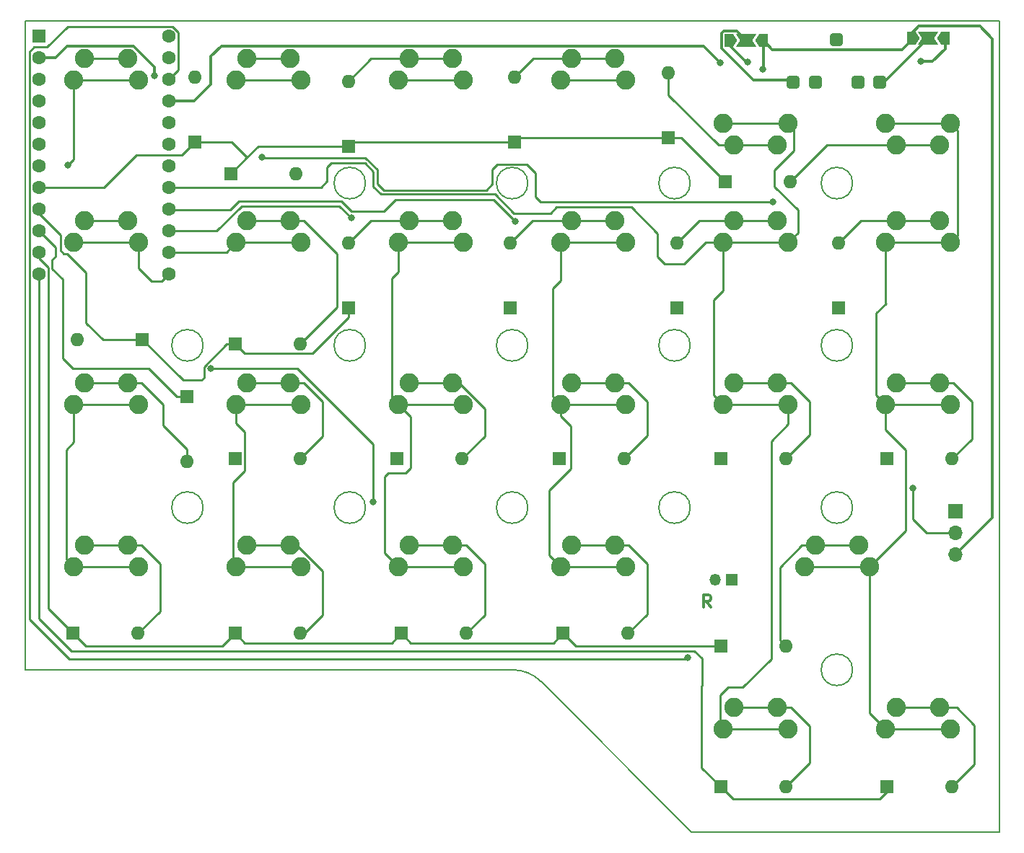
<source format=gtl>
G04 #@! TF.GenerationSoftware,KiCad,Pcbnew,(6.0.0)*
G04 #@! TF.CreationDate,2022-06-08T22:37:19+08:00*
G04 #@! TF.ProjectId,wf50_pcb,77663530-5f70-4636-922e-6b696361645f,rev?*
G04 #@! TF.SameCoordinates,Original*
G04 #@! TF.FileFunction,Copper,L1,Top*
G04 #@! TF.FilePolarity,Positive*
%FSLAX46Y46*%
G04 Gerber Fmt 4.6, Leading zero omitted, Abs format (unit mm)*
G04 Created by KiCad (PCBNEW (6.0.0)) date 2022-06-08 22:37:19*
%MOMM*%
%LPD*%
G01*
G04 APERTURE LIST*
G04 Aperture macros list*
%AMRoundRect*
0 Rectangle with rounded corners*
0 $1 Rounding radius*
0 $2 $3 $4 $5 $6 $7 $8 $9 X,Y pos of 4 corners*
0 Add a 4 corners polygon primitive as box body*
4,1,4,$2,$3,$4,$5,$6,$7,$8,$9,$2,$3,0*
0 Add four circle primitives for the rounded corners*
1,1,$1+$1,$2,$3*
1,1,$1+$1,$4,$5*
1,1,$1+$1,$6,$7*
1,1,$1+$1,$8,$9*
0 Add four rect primitives between the rounded corners*
20,1,$1+$1,$2,$3,$4,$5,0*
20,1,$1+$1,$4,$5,$6,$7,0*
20,1,$1+$1,$6,$7,$8,$9,0*
20,1,$1+$1,$8,$9,$2,$3,0*%
%AMFreePoly0*
4,1,6,1.000000,0.000000,0.500000,-0.750000,-0.500000,-0.750000,-0.500000,0.750000,0.500000,0.750000,1.000000,0.000000,1.000000,0.000000,$1*%
%AMFreePoly1*
4,1,7,0.700000,0.000000,1.200000,-0.750000,-1.200000,-0.750000,-0.700000,0.000000,-1.200000,0.750000,1.200000,0.750000,0.700000,0.000000,0.700000,0.000000,$1*%
G04 Aperture macros list end*
G04 #@! TA.AperFunction,Profile*
%ADD10C,0.150000*%
G04 #@! TD*
%ADD11C,0.300000*%
G04 #@! TA.AperFunction,NonConductor*
%ADD12C,0.300000*%
G04 #@! TD*
G04 #@! TA.AperFunction,ComponentPad*
%ADD13R,1.600000X1.600000*%
G04 #@! TD*
G04 #@! TA.AperFunction,ComponentPad*
%ADD14O,1.600000X1.600000*%
G04 #@! TD*
G04 #@! TA.AperFunction,ComponentPad*
%ADD15RoundRect,0.381000X-0.381000X-0.381000X0.381000X-0.381000X0.381000X0.381000X-0.381000X0.381000X0*%
G04 #@! TD*
G04 #@! TA.AperFunction,ComponentPad*
%ADD16RoundRect,0.381000X-0.381000X0.381000X-0.381000X-0.381000X0.381000X-0.381000X0.381000X0.381000X0*%
G04 #@! TD*
G04 #@! TA.AperFunction,SMDPad,CuDef*
%ADD17FreePoly0,0.000000*%
G04 #@! TD*
G04 #@! TA.AperFunction,SMDPad,CuDef*
%ADD18FreePoly1,0.000000*%
G04 #@! TD*
G04 #@! TA.AperFunction,SMDPad,CuDef*
%ADD19FreePoly0,180.000000*%
G04 #@! TD*
G04 #@! TA.AperFunction,ComponentPad*
%ADD20C,2.250000*%
G04 #@! TD*
G04 #@! TA.AperFunction,ComponentPad*
%ADD21R,1.700000X1.700000*%
G04 #@! TD*
G04 #@! TA.AperFunction,ComponentPad*
%ADD22O,1.700000X1.700000*%
G04 #@! TD*
G04 #@! TA.AperFunction,ComponentPad*
%ADD23R,1.350000X1.350000*%
G04 #@! TD*
G04 #@! TA.AperFunction,ComponentPad*
%ADD24O,1.350000X1.350000*%
G04 #@! TD*
G04 #@! TA.AperFunction,ComponentPad*
%ADD25C,1.600000*%
G04 #@! TD*
G04 #@! TA.AperFunction,ViaPad*
%ADD26C,0.800000*%
G04 #@! TD*
G04 #@! TA.AperFunction,Conductor*
%ADD27C,0.250000*%
G04 #@! TD*
G04 #@! TA.AperFunction,Conductor*
%ADD28C,0.350000*%
G04 #@! TD*
G04 APERTURE END LIST*
D10*
X58995300Y-66674850D02*
G75*
G03*
X58995300Y-66674850I-1850000J0D01*
G01*
X19045885Y-28575000D02*
X133345800Y-28575000D01*
X133345800Y-123824330D02*
X97253375Y-123824330D01*
X97253375Y-123824330D02*
X79575605Y-106146559D01*
X76262750Y-104774330D02*
X19045885Y-104774330D01*
X116145300Y-47624850D02*
G75*
G03*
X116145300Y-47624850I-1850000J0D01*
G01*
X39945300Y-66674850D02*
G75*
G03*
X39945300Y-66674850I-1850000J0D01*
G01*
X19045885Y-104774330D02*
X19045885Y-28575000D01*
X97095300Y-66674850D02*
G75*
G03*
X97095300Y-66674850I-1850000J0D01*
G01*
X79575605Y-106146559D02*
G75*
G03*
X76262750Y-104774330I-3312857J-3312861D01*
G01*
X58995300Y-47624850D02*
G75*
G03*
X58995300Y-47624850I-1850000J0D01*
G01*
X58995300Y-85724850D02*
G75*
G03*
X58995300Y-85724850I-1850000J0D01*
G01*
X116145300Y-85724850D02*
G75*
G03*
X116145300Y-85724850I-1850000J0D01*
G01*
X39945300Y-85724850D02*
G75*
G03*
X39945300Y-85724850I-1850000J0D01*
G01*
X97095300Y-85724850D02*
G75*
G03*
X97095300Y-85724850I-1850000J0D01*
G01*
X78045300Y-47624850D02*
G75*
G03*
X78045300Y-47624850I-1850000J0D01*
G01*
X97095300Y-47624850D02*
G75*
G03*
X97095300Y-47624850I-1850000J0D01*
G01*
X116145300Y-104774850D02*
G75*
G03*
X116145300Y-104774850I-1850000J0D01*
G01*
X133345800Y-28575000D02*
X133345800Y-123824330D01*
X78045300Y-85724850D02*
G75*
G03*
X78045300Y-85724850I-1850000J0D01*
G01*
X78045300Y-66674850D02*
G75*
G03*
X78045300Y-66674850I-1850000J0D01*
G01*
X116145300Y-66674850D02*
G75*
G03*
X116145300Y-66674850I-1850000J0D01*
G01*
D11*
D12*
X99524285Y-97452571D02*
X99024285Y-96738285D01*
X98667142Y-97452571D02*
X98667142Y-95952571D01*
X99238571Y-95952571D01*
X99381428Y-96024000D01*
X99452857Y-96095428D01*
X99524285Y-96238285D01*
X99524285Y-96452571D01*
X99452857Y-96595428D01*
X99381428Y-96666857D01*
X99238571Y-96738285D01*
X98667142Y-96738285D01*
D13*
X120190000Y-80000000D03*
D14*
X127810000Y-80000000D03*
D13*
X81690000Y-80000000D03*
D14*
X89310000Y-80000000D03*
D15*
X114270000Y-30810000D03*
D16*
X119350000Y-35810000D03*
X116810000Y-35810000D03*
X111770000Y-35810000D03*
X109190000Y-35810000D03*
D17*
X123030000Y-30570000D03*
D18*
X125030000Y-30570000D03*
D19*
X127030000Y-30570000D03*
D20*
X81915000Y-73660000D03*
X89535000Y-73660000D03*
X88265000Y-71120000D03*
X83185000Y-71120000D03*
D13*
X57000000Y-43310000D03*
D14*
X57000000Y-35690000D03*
D20*
X108585000Y-111760000D03*
X100965000Y-111760000D03*
X102235000Y-109220000D03*
X107315000Y-109220000D03*
X32385000Y-54610000D03*
X24765000Y-54610000D03*
X26035000Y-52070000D03*
X31115000Y-52070000D03*
X120015000Y-73660000D03*
X127635000Y-73660000D03*
X126365000Y-71120000D03*
X121285000Y-71120000D03*
D21*
X128220000Y-86160000D03*
D22*
X128220000Y-88700000D03*
X128220000Y-91240000D03*
D20*
X70485000Y-92710000D03*
X62865000Y-92710000D03*
X69215000Y-90170000D03*
X64135000Y-90170000D03*
D13*
X43690000Y-66500000D03*
D14*
X51310000Y-66500000D03*
D20*
X51435000Y-54610000D03*
X43815000Y-54610000D03*
X50165000Y-52070000D03*
X45085000Y-52070000D03*
X43815000Y-73660000D03*
X51435000Y-73660000D03*
X45085000Y-71120000D03*
X50165000Y-71120000D03*
X70485000Y-35560000D03*
X62865000Y-35560000D03*
X69215000Y-33020000D03*
X64135000Y-33020000D03*
X127635000Y-54610000D03*
X120015000Y-54610000D03*
X121285000Y-52070000D03*
X126365000Y-52070000D03*
X89535000Y-54610000D03*
X81915000Y-54610000D03*
X88265000Y-52070000D03*
X83185000Y-52070000D03*
D23*
X101990000Y-94200000D03*
D24*
X99990000Y-94200000D03*
D13*
X62690000Y-80000000D03*
D14*
X70310000Y-80000000D03*
D13*
X100690000Y-118500000D03*
D14*
X108310000Y-118500000D03*
D20*
X89535000Y-35560000D03*
X81915000Y-35560000D03*
X88265000Y-33020000D03*
X83185000Y-33020000D03*
X24765000Y-92710000D03*
X32385000Y-92710000D03*
X31115000Y-90170000D03*
X26035000Y-90170000D03*
X43815000Y-35560000D03*
X51435000Y-35560000D03*
X50165000Y-33020000D03*
X45085000Y-33020000D03*
D13*
X94500000Y-42310000D03*
D14*
X94500000Y-34690000D03*
D13*
X38000000Y-72690000D03*
D14*
X38000000Y-80310000D03*
D13*
X101190000Y-47500000D03*
D14*
X108810000Y-47500000D03*
D20*
X100965000Y-54610000D03*
X108585000Y-54610000D03*
X107315000Y-52070000D03*
X102235000Y-52070000D03*
X100965000Y-40640000D03*
X108585000Y-40640000D03*
X107315000Y-43180000D03*
X102235000Y-43180000D03*
D13*
X95500000Y-62310000D03*
D14*
X95500000Y-54690000D03*
D20*
X89535000Y-92710000D03*
X81915000Y-92710000D03*
X88265000Y-90170000D03*
X83185000Y-90170000D03*
D13*
X63190000Y-100500000D03*
D14*
X70810000Y-100500000D03*
D13*
X32810000Y-66000000D03*
D14*
X25190000Y-66000000D03*
D17*
X101650000Y-30890000D03*
D18*
X103650000Y-30890000D03*
D19*
X105650000Y-30890000D03*
D20*
X70485000Y-54610000D03*
X62865000Y-54610000D03*
X64135000Y-52070000D03*
X69215000Y-52070000D03*
D13*
X76500000Y-42810000D03*
D14*
X76500000Y-35190000D03*
D13*
X120170000Y-118470000D03*
D14*
X127790000Y-118470000D03*
D20*
X24765000Y-35560000D03*
X32385000Y-35560000D03*
X26035000Y-33020000D03*
X31115000Y-33020000D03*
D13*
X24690000Y-100500000D03*
D14*
X32310000Y-100500000D03*
D13*
X82190000Y-100500000D03*
D14*
X89810000Y-100500000D03*
D13*
X57000000Y-62310000D03*
D14*
X57000000Y-54690000D03*
D13*
X114500000Y-62310000D03*
D14*
X114500000Y-54690000D03*
D13*
X100690000Y-80000000D03*
D14*
X108310000Y-80000000D03*
D13*
X100690000Y-102000000D03*
D14*
X108310000Y-102000000D03*
D13*
X76000000Y-62310000D03*
D14*
X76000000Y-54690000D03*
D20*
X120015000Y-111760000D03*
X127635000Y-111760000D03*
X126365000Y-109220000D03*
X121285000Y-109220000D03*
X120015000Y-40640000D03*
X127635000Y-40640000D03*
X126365000Y-43180000D03*
X121285000Y-43180000D03*
X43815000Y-92710000D03*
X51435000Y-92710000D03*
X50165000Y-90170000D03*
X45085000Y-90170000D03*
D13*
X20670000Y-30370000D03*
D25*
X20670000Y-32910000D03*
X20670000Y-35450000D03*
X20670000Y-37990000D03*
X20670000Y-40530000D03*
X20670000Y-43070000D03*
X20670000Y-45610000D03*
X20670000Y-48150000D03*
X20670000Y-50690000D03*
X20670000Y-53230000D03*
X20670000Y-55770000D03*
X20670000Y-58310000D03*
X35910000Y-58310000D03*
X35910000Y-55770000D03*
X35910000Y-53230000D03*
X35910000Y-50690000D03*
X35910000Y-48150000D03*
X35910000Y-45610000D03*
X35910000Y-43070000D03*
X35910000Y-40530000D03*
X35910000Y-37990000D03*
X35910000Y-35450000D03*
X35910000Y-32910000D03*
X35910000Y-30370000D03*
D13*
X43690000Y-100500000D03*
D14*
X51310000Y-100500000D03*
D20*
X62865000Y-73660000D03*
X70485000Y-73660000D03*
X64135000Y-71120000D03*
X69215000Y-71120000D03*
D13*
X43690000Y-80000000D03*
D14*
X51310000Y-80000000D03*
D13*
X43190000Y-46500000D03*
D14*
X50810000Y-46500000D03*
D20*
X24765000Y-73660000D03*
X32385000Y-73660000D03*
X26035000Y-71120000D03*
X31115000Y-71120000D03*
X118110000Y-92710000D03*
X110490000Y-92710000D03*
X111760000Y-90170000D03*
X116840000Y-90170000D03*
X100965000Y-73660000D03*
X108585000Y-73660000D03*
X107315000Y-71120000D03*
X102235000Y-71120000D03*
D13*
X39000000Y-42810000D03*
D14*
X39000000Y-35190000D03*
D26*
X59850000Y-85090000D03*
X123210000Y-83460000D03*
X40830000Y-69410000D03*
X105600000Y-34260000D03*
X100620000Y-33470000D03*
X103850000Y-33390000D03*
X34240000Y-35010000D03*
X124180000Y-33360000D03*
X24070000Y-45490000D03*
X57300000Y-51710000D03*
X76560000Y-52080000D03*
X46810000Y-44540000D03*
X106760000Y-49790000D03*
X96780000Y-103360000D03*
D27*
X40030000Y-69185386D02*
X42715386Y-66500000D01*
X37590000Y-70780000D02*
X39770000Y-70780000D01*
X39770000Y-70780000D02*
X40030000Y-70520000D01*
X32810000Y-66000000D02*
X37590000Y-70780000D01*
X44814511Y-67624511D02*
X52735489Y-67624511D01*
X28200000Y-66000000D02*
X32810000Y-66000000D01*
X20670000Y-50690000D02*
X20670000Y-51170000D01*
X43690000Y-66500000D02*
X44814511Y-67624511D01*
X26220000Y-64020000D02*
X28200000Y-66000000D01*
X24012570Y-55900479D02*
X26220000Y-58107909D01*
X40030000Y-70520000D02*
X40030000Y-69185386D01*
X57000000Y-63360000D02*
X57000000Y-62310000D01*
X52735489Y-67624511D02*
X57000000Y-63360000D01*
X23210000Y-55520000D02*
X23590479Y-55900479D01*
X20670000Y-51170000D02*
X23210000Y-53710000D01*
X26220000Y-58107909D02*
X26220000Y-64020000D01*
X42715386Y-66500000D02*
X43690000Y-66500000D01*
X23210000Y-53710000D02*
X23210000Y-55520000D01*
X23590479Y-55900479D02*
X24012570Y-55900479D01*
X26035000Y-52070000D02*
X31115000Y-52070000D01*
X22590000Y-56287909D02*
X22245479Y-56632430D01*
X22245479Y-57667570D02*
X23490000Y-58912091D01*
X22245479Y-56632430D02*
X22245479Y-57667570D01*
X22590000Y-55150000D02*
X22590000Y-56287909D01*
X23490000Y-58912091D02*
X23490000Y-68230000D01*
X36860000Y-72690000D02*
X38000000Y-72690000D01*
X23490000Y-68230000D02*
X24660000Y-69400000D01*
X20670000Y-53230000D02*
X22590000Y-55150000D01*
X24660000Y-69400000D02*
X33570000Y-69400000D01*
X33570000Y-69400000D02*
X36860000Y-72690000D01*
X31115000Y-71120000D02*
X32705990Y-71120000D01*
X26035000Y-71120000D02*
X31115000Y-71120000D01*
X38000000Y-78860000D02*
X38000000Y-80310000D01*
X32705990Y-71120000D02*
X35210000Y-73624010D01*
X35210000Y-76070000D02*
X38000000Y-78860000D01*
X35210000Y-73624010D02*
X35210000Y-76070000D01*
X44814511Y-101624511D02*
X43690000Y-100500000D01*
X83690000Y-102000000D02*
X82190000Y-100500000D01*
X82190000Y-100500000D02*
X81065489Y-101624511D01*
X43690000Y-100500000D02*
X42190000Y-102000000D01*
X63190000Y-100500000D02*
X62065489Y-101624511D01*
X26190000Y-102000000D02*
X24690000Y-100500000D01*
X24690000Y-100500000D02*
X21794511Y-97604511D01*
X64314511Y-101624511D02*
X63190000Y-100500000D01*
X20670000Y-55770000D02*
X20670000Y-56400000D01*
X42190000Y-102000000D02*
X26190000Y-102000000D01*
X100690000Y-102000000D02*
X83690000Y-102000000D01*
X20670000Y-56400000D02*
X21794511Y-57524511D01*
X21794511Y-97604511D02*
X21794511Y-59885489D01*
X81065489Y-101624511D02*
X64314511Y-101624511D01*
X62065489Y-101624511D02*
X44814511Y-101624511D01*
X21794511Y-57524511D02*
X21794511Y-59885489D01*
X21794511Y-59885489D02*
X21794511Y-59335489D01*
X31115000Y-90170000D02*
X32705990Y-90170000D01*
X32705990Y-90170000D02*
X34904521Y-92368531D01*
X34904521Y-92368531D02*
X34904521Y-97905479D01*
X34904521Y-97905479D02*
X32310000Y-100500000D01*
X26035000Y-90170000D02*
X31115000Y-90170000D01*
X77000000Y-42310000D02*
X76500000Y-42810000D01*
X28300000Y-48150000D02*
X32110000Y-44340000D01*
X43310000Y-42810000D02*
X45095000Y-44595000D01*
X20670000Y-48150000D02*
X28300000Y-48150000D01*
X96000000Y-42310000D02*
X101190000Y-47500000D01*
X57500000Y-42810000D02*
X57000000Y-43310000D01*
X37470000Y-44340000D02*
X39000000Y-42810000D01*
X46380000Y-43310000D02*
X45095000Y-44595000D01*
X94500000Y-42310000D02*
X96000000Y-42310000D01*
X32110000Y-44340000D02*
X37470000Y-44340000D01*
X76500000Y-42810000D02*
X57500000Y-42810000D01*
X39000000Y-42810000D02*
X43310000Y-42810000D01*
X57000000Y-43310000D02*
X46380000Y-43310000D01*
X45095000Y-44595000D02*
X43190000Y-46500000D01*
X94500000Y-42310000D02*
X77000000Y-42310000D01*
X31115000Y-33020000D02*
X26035000Y-33020000D01*
X55630000Y-55944010D02*
X51755990Y-52070000D01*
X51755990Y-52070000D02*
X50165000Y-52070000D01*
X51310000Y-66500000D02*
X55630000Y-62180000D01*
X55630000Y-62180000D02*
X55630000Y-55944010D01*
X45085000Y-52070000D02*
X50165000Y-52070000D01*
X51755990Y-71120000D02*
X53954521Y-73318531D01*
X53954521Y-73318531D02*
X53954521Y-77355479D01*
X53954521Y-77355479D02*
X51310000Y-80000000D01*
X50165000Y-71120000D02*
X45085000Y-71120000D01*
X50165000Y-71120000D02*
X51755990Y-71120000D01*
X50165000Y-90170000D02*
X50944919Y-90170000D01*
X50944919Y-90170000D02*
X53954521Y-93179602D01*
X53954521Y-98355479D02*
X51310000Y-101000000D01*
X45085000Y-90170000D02*
X50165000Y-90170000D01*
X53954521Y-93179602D02*
X53954521Y-98355479D01*
X45085000Y-33020000D02*
X50165000Y-33020000D01*
X59620000Y-52070000D02*
X57000000Y-54690000D01*
X64135000Y-52070000D02*
X59620000Y-52070000D01*
X69215000Y-52070000D02*
X64135000Y-52070000D01*
X73004521Y-77305479D02*
X70310000Y-80000000D01*
X69215000Y-71120000D02*
X64135000Y-71120000D01*
X69215000Y-71120000D02*
X69994919Y-71120000D01*
X73004521Y-74129602D02*
X73004521Y-77305479D01*
X69994919Y-71120000D02*
X73004521Y-74129602D01*
X73004521Y-98305479D02*
X70810000Y-100500000D01*
X73004521Y-92368531D02*
X73004521Y-98305479D01*
X70805990Y-90170000D02*
X73004521Y-92368531D01*
X64135000Y-90170000D02*
X69215000Y-90170000D01*
X69215000Y-90170000D02*
X70805990Y-90170000D01*
X64135000Y-33020000D02*
X69215000Y-33020000D01*
X59670000Y-33020000D02*
X64135000Y-33020000D01*
X57000000Y-35690000D02*
X59670000Y-33020000D01*
X83185000Y-52070000D02*
X78620000Y-52070000D01*
X78620000Y-52070000D02*
X76000000Y-54690000D01*
X88265000Y-52070000D02*
X83185000Y-52070000D01*
X89855990Y-71120000D02*
X92054521Y-73318531D01*
X92054521Y-77255479D02*
X89310000Y-80000000D01*
X88265000Y-71120000D02*
X89855990Y-71120000D01*
X88265000Y-71120000D02*
X83185000Y-71120000D01*
X92054521Y-73318531D02*
X92054521Y-77255479D01*
X83185000Y-90170000D02*
X88265000Y-90170000D01*
X92054521Y-98255479D02*
X89810000Y-100500000D01*
X92054521Y-92368531D02*
X92054521Y-98255479D01*
X88265000Y-90170000D02*
X89855990Y-90170000D01*
X89855990Y-90170000D02*
X92054521Y-92368531D01*
X98120000Y-52070000D02*
X102235000Y-52070000D01*
X95500000Y-54690000D02*
X98120000Y-52070000D01*
X107315000Y-52070000D02*
X102235000Y-52070000D01*
X107315000Y-71120000D02*
X108905990Y-71120000D01*
X102235000Y-71120000D02*
X107315000Y-71120000D01*
X111104521Y-73318531D02*
X111104521Y-77205479D01*
X108905990Y-71120000D02*
X111104521Y-73318531D01*
X111104521Y-77205479D02*
X108310000Y-80000000D01*
X111760000Y-90170000D02*
X110169010Y-90170000D01*
X111760000Y-90170000D02*
X116840000Y-90170000D01*
X107600000Y-92739010D02*
X107600000Y-101290000D01*
X110169010Y-90170000D02*
X107600000Y-92739010D01*
X107600000Y-101290000D02*
X108310000Y-102000000D01*
X94500000Y-37270000D02*
X94500000Y-34690000D01*
X102235000Y-43180000D02*
X100410000Y-43180000D01*
X107315000Y-43180000D02*
X102235000Y-43180000D01*
X100410000Y-43180000D02*
X94500000Y-37270000D01*
X98470000Y-103440000D02*
X97590000Y-102560000D01*
X20670000Y-98770000D02*
X20670000Y-58310000D01*
X26340000Y-102570000D02*
X24470000Y-102570000D01*
X97590000Y-102560000D02*
X26350000Y-102560000D01*
X120170000Y-119080000D02*
X119300000Y-119950000D01*
X98470000Y-106650000D02*
X98470000Y-103440000D01*
X24470000Y-102570000D02*
X20670000Y-98770000D01*
X120170000Y-118470000D02*
X120170000Y-119080000D01*
X26350000Y-102560000D02*
X26340000Y-102570000D01*
X98445479Y-116255479D02*
X98445479Y-106674521D01*
X98445479Y-106674521D02*
X98470000Y-106650000D01*
X102140000Y-119950000D02*
X100690000Y-118500000D01*
X119300000Y-119950000D02*
X102140000Y-119950000D01*
X100690000Y-118500000D02*
X98445479Y-116255479D01*
X108905990Y-109220000D02*
X111104521Y-111418531D01*
X111104521Y-115705479D02*
X108310000Y-118500000D01*
X107315000Y-109220000D02*
X108905990Y-109220000D01*
X111104521Y-111418531D02*
X111104521Y-115705479D01*
X102235000Y-109220000D02*
X107315000Y-109220000D01*
X117120000Y-52070000D02*
X121285000Y-52070000D01*
X114500000Y-54690000D02*
X117120000Y-52070000D01*
X121285000Y-52070000D02*
X126365000Y-52070000D01*
X126365000Y-71120000D02*
X121285000Y-71120000D01*
X130154521Y-73318531D02*
X130154521Y-77655479D01*
X126365000Y-71120000D02*
X127955990Y-71120000D01*
X130154521Y-77655479D02*
X127810000Y-80000000D01*
X127955990Y-71120000D02*
X130154521Y-73318531D01*
X113130000Y-43180000D02*
X108810000Y-47500000D01*
X121285000Y-43180000D02*
X113130000Y-43180000D01*
X121285000Y-43180000D02*
X126365000Y-43180000D01*
X126365000Y-109220000D02*
X121285000Y-109220000D01*
X130410000Y-115850000D02*
X127790000Y-118470000D01*
X128350000Y-109220000D02*
X130410000Y-111280000D01*
X126365000Y-109220000D02*
X128350000Y-109220000D01*
X126790000Y-109220000D02*
X126900000Y-109330000D01*
X130410000Y-111280000D02*
X130410000Y-115850000D01*
X126365000Y-109220000D02*
X126790000Y-109220000D01*
X59850000Y-85090000D02*
X59870000Y-85070000D01*
X123210000Y-87050000D02*
X124860000Y-88700000D01*
X59870000Y-78260000D02*
X51020000Y-69410000D01*
X51020000Y-69410000D02*
X40830000Y-69410000D01*
X123210000Y-83460000D02*
X123210000Y-87050000D01*
X59870000Y-85070000D02*
X59870000Y-78260000D01*
X124860000Y-88700000D02*
X128220000Y-88700000D01*
D28*
X123030000Y-30890000D02*
X121973480Y-31946520D01*
X131090000Y-29190000D02*
X123930348Y-29190000D01*
X98680489Y-31520489D02*
X42069511Y-31520489D01*
X40820000Y-36050000D02*
X38880000Y-37990000D01*
X105600000Y-34260000D02*
X105650000Y-34210000D01*
X105650000Y-34210000D02*
X105650000Y-30890000D01*
X106706520Y-31946520D02*
X105650000Y-30890000D01*
X123030000Y-30570000D02*
X123030000Y-30890000D01*
X38880000Y-37990000D02*
X35910000Y-37990000D01*
X42069511Y-31520489D02*
X40820000Y-32770000D01*
X121973480Y-31946520D02*
X106706520Y-31946520D01*
X100620000Y-33460000D02*
X98680489Y-31520489D01*
X128220000Y-91240000D02*
X132560000Y-86900000D01*
X123030000Y-30090348D02*
X123030000Y-30570000D01*
X100620000Y-33470000D02*
X100620000Y-33460000D01*
X132560000Y-30660000D02*
X131090000Y-29190000D01*
X123930348Y-29190000D02*
X123030000Y-30090348D01*
X40820000Y-32770000D02*
X40820000Y-36050000D01*
X132560000Y-86900000D02*
X132560000Y-30660000D01*
X23989511Y-31520489D02*
X22600000Y-32910000D01*
X127030000Y-31840000D02*
X127030000Y-30570000D01*
X125510000Y-33360000D02*
X127030000Y-31840000D01*
X22600000Y-32910000D02*
X20670000Y-32910000D01*
X103850000Y-33390000D02*
X103840000Y-33380000D01*
X31736119Y-31520489D02*
X23989511Y-31520489D01*
X34240000Y-35010000D02*
X34240000Y-34024370D01*
X124180000Y-33360000D02*
X125510000Y-33360000D01*
X101650000Y-31369652D02*
X101650000Y-30890000D01*
X34240000Y-34024370D02*
X31736119Y-31520489D01*
X103840000Y-33380000D02*
X103660348Y-33380000D01*
X103660348Y-33380000D02*
X101650000Y-31369652D01*
D27*
X23880000Y-78920000D02*
X23880000Y-91825000D01*
X24765000Y-35560000D02*
X32385000Y-35560000D01*
X23880000Y-91825000D02*
X24765000Y-92710000D01*
X24070000Y-45490000D02*
X24765000Y-44795000D01*
X24765000Y-92710000D02*
X32385000Y-92710000D01*
X32385000Y-73660000D02*
X24765000Y-73660000D01*
X33847908Y-59109999D02*
X35110001Y-59109999D01*
X24765000Y-73660000D02*
X24765000Y-78035000D01*
X35110001Y-59109999D02*
X35910000Y-58310000D01*
X24765000Y-44795000D02*
X24765000Y-35560000D01*
X24765000Y-78035000D02*
X23880000Y-78920000D01*
X32385000Y-54610000D02*
X24765000Y-54610000D01*
X32385000Y-57647091D02*
X33847908Y-59109999D01*
X32385000Y-54610000D02*
X32385000Y-57647091D01*
X35910000Y-55770000D02*
X42655000Y-55770000D01*
X43470000Y-92365000D02*
X43815000Y-92710000D01*
X51435000Y-35560000D02*
X43815000Y-35560000D01*
X43815000Y-92710000D02*
X51435000Y-92710000D01*
X43470000Y-82790000D02*
X43470000Y-92365000D01*
X51435000Y-54610000D02*
X43815000Y-54610000D01*
X42655000Y-55770000D02*
X43815000Y-54610000D01*
X43815000Y-73660000D02*
X51435000Y-73660000D01*
X43815000Y-75835000D02*
X44814511Y-76834511D01*
X44814511Y-81445489D02*
X43470000Y-82790000D01*
X44814511Y-76834511D02*
X44814511Y-81445489D01*
X43815000Y-73660000D02*
X43815000Y-75835000D01*
X63730000Y-81690000D02*
X64320000Y-81100000D01*
X62865000Y-54610000D02*
X62865000Y-58045000D01*
X55910000Y-50320000D02*
X57300000Y-51710000D01*
X64320000Y-81100000D02*
X64306579Y-81086579D01*
X62865000Y-73660000D02*
X70485000Y-73660000D01*
X35910000Y-53230000D02*
X41530000Y-53230000D01*
X44440000Y-50320000D02*
X55910000Y-50320000D01*
X62865000Y-54610000D02*
X70485000Y-54610000D01*
X62865000Y-92710000D02*
X61220000Y-91065000D01*
X62865000Y-58045000D02*
X62090000Y-58820000D01*
X61220000Y-91065000D02*
X61220000Y-82130000D01*
X62090000Y-58820000D02*
X62090000Y-72885000D01*
X64306579Y-81086579D02*
X64306579Y-75101579D01*
X61220000Y-82130000D02*
X61660000Y-81690000D01*
X41530000Y-53230000D02*
X44440000Y-50320000D01*
X64306579Y-75101579D02*
X62865000Y-73660000D01*
X62865000Y-92710000D02*
X70485000Y-92710000D01*
X62090000Y-72885000D02*
X62865000Y-73660000D01*
X70485000Y-35560000D02*
X62865000Y-35560000D01*
X61660000Y-81690000D02*
X63730000Y-81690000D01*
X62510000Y-49560000D02*
X74040000Y-49560000D01*
X35970000Y-50750000D02*
X43110000Y-50750000D01*
X74040000Y-49560000D02*
X76560000Y-52080000D01*
X81915000Y-74965000D02*
X83080000Y-76130000D01*
X81915000Y-54610000D02*
X81915000Y-59075000D01*
X80970000Y-60020000D02*
X80970000Y-72715000D01*
X81915000Y-73660000D02*
X81915000Y-74965000D01*
X80540000Y-91335000D02*
X81915000Y-92710000D01*
X81915000Y-54610000D02*
X89535000Y-54610000D01*
X56170000Y-49760000D02*
X57300000Y-50890000D01*
X83080000Y-76130000D02*
X83080000Y-81150000D01*
X35910000Y-50690000D02*
X35970000Y-50750000D01*
X80970000Y-72715000D02*
X81915000Y-73660000D01*
X81915000Y-73660000D02*
X89535000Y-73660000D01*
X89535000Y-92710000D02*
X81915000Y-92710000D01*
X80540000Y-83690000D02*
X80540000Y-91335000D01*
X61180000Y-50890000D02*
X62510000Y-49560000D01*
X81915000Y-35560000D02*
X89535000Y-35560000D01*
X57300000Y-50890000D02*
X61180000Y-50890000D01*
X44100000Y-49760000D02*
X56170000Y-49760000D01*
X43110000Y-50750000D02*
X44100000Y-49760000D01*
X83080000Y-81150000D02*
X80540000Y-83690000D01*
X81915000Y-59075000D02*
X80970000Y-60020000D01*
X99840000Y-72535000D02*
X99840000Y-61380000D01*
X109710000Y-53485000D02*
X109710000Y-50800000D01*
X94070000Y-57130000D02*
X96360000Y-57130000D01*
X101510000Y-106800000D02*
X103260000Y-106800000D01*
X54500000Y-45790000D02*
X54990000Y-45300000D01*
X109230000Y-43780000D02*
X109230000Y-41285000D01*
X100965000Y-73660000D02*
X99840000Y-72535000D01*
X58910000Y-45300000D02*
X59900000Y-46290000D01*
X74180000Y-48920000D02*
X76420000Y-51160000D01*
X80680000Y-51160000D02*
X81400000Y-50440000D01*
X100965000Y-60255000D02*
X100965000Y-54610000D01*
X96360000Y-57130000D02*
X98880000Y-54610000D01*
X109710000Y-50800000D02*
X106930000Y-48020000D01*
X108585000Y-75935000D02*
X108585000Y-73660000D01*
X93240000Y-56300000D02*
X94070000Y-57130000D01*
X100590000Y-111385000D02*
X100590000Y-107720000D01*
X76420000Y-51160000D02*
X80680000Y-51160000D01*
X54500000Y-47410000D02*
X54500000Y-45790000D01*
X90160000Y-50440000D02*
X93240000Y-53520000D01*
X53760000Y-48150000D02*
X54500000Y-47410000D01*
X100590000Y-107720000D02*
X101510000Y-106800000D01*
X106580000Y-77940000D02*
X108585000Y-75935000D01*
X98880000Y-54610000D02*
X100965000Y-54610000D01*
X54990000Y-45300000D02*
X58910000Y-45300000D01*
X60790000Y-48920000D02*
X74180000Y-48920000D01*
X106930000Y-48020000D02*
X106930000Y-46080000D01*
X108585000Y-111760000D02*
X100965000Y-111760000D01*
X106580000Y-103480000D02*
X106580000Y-77940000D01*
X99840000Y-61380000D02*
X100965000Y-60255000D01*
X59900000Y-46290000D02*
X59900000Y-48030000D01*
X103260000Y-106800000D02*
X106580000Y-103480000D01*
X100965000Y-111760000D02*
X100590000Y-111385000D01*
X109230000Y-41285000D02*
X108585000Y-40640000D01*
X108585000Y-73660000D02*
X100965000Y-73660000D01*
X81400000Y-50440000D02*
X90160000Y-50440000D01*
X59900000Y-48030000D02*
X60790000Y-48920000D01*
X108585000Y-54610000D02*
X109710000Y-53485000D01*
X100965000Y-54610000D02*
X108585000Y-54610000D01*
X35910000Y-48150000D02*
X53760000Y-48150000D01*
X106930000Y-46080000D02*
X109230000Y-43780000D01*
X93240000Y-53520000D02*
X93240000Y-56300000D01*
X100965000Y-40640000D02*
X108585000Y-40640000D01*
X74420000Y-45450000D02*
X77910000Y-45450000D01*
X77910000Y-45450000D02*
X78940000Y-46480000D01*
X78940000Y-49280000D02*
X79490000Y-49830000D01*
X73159520Y-48470480D02*
X73890000Y-47740000D01*
X73890000Y-45980000D02*
X74420000Y-45450000D01*
X79490000Y-49830000D02*
X106720000Y-49830000D01*
X60380000Y-47740000D02*
X61110480Y-48470480D01*
X118110000Y-92710000D02*
X122400000Y-88420000D01*
X127635000Y-40640000D02*
X128470000Y-41475000D01*
X118110000Y-92710000D02*
X110490000Y-92710000D01*
X127635000Y-111760000D02*
X120015000Y-111760000D01*
X120015000Y-61695000D02*
X120015000Y-54610000D01*
X120015000Y-73660000D02*
X127635000Y-73660000D01*
X118890000Y-62890000D02*
X120050000Y-61730000D01*
X46910000Y-44640000D02*
X58960000Y-44640000D01*
X127635000Y-54610000D02*
X120015000Y-54610000D01*
X120015000Y-111760000D02*
X118110000Y-109855000D01*
X122400000Y-88420000D02*
X122400000Y-78960000D01*
X60380000Y-46060000D02*
X60380000Y-47740000D01*
X58960000Y-44640000D02*
X60380000Y-46060000D01*
X120015000Y-40640000D02*
X127635000Y-40640000D01*
X120015000Y-76575000D02*
X120015000Y-73660000D01*
X120015000Y-73660000D02*
X118890000Y-72535000D01*
X118110000Y-109855000D02*
X118110000Y-92710000D01*
X128470000Y-41475000D02*
X128470000Y-53775000D01*
X128470000Y-53775000D02*
X127635000Y-54610000D01*
X46810000Y-44540000D02*
X46910000Y-44640000D01*
X118890000Y-72535000D02*
X118890000Y-62890000D01*
X122400000Y-78960000D02*
X120015000Y-76575000D01*
X73890000Y-47740000D02*
X73890000Y-45980000D01*
X106720000Y-49830000D02*
X106760000Y-49790000D01*
X120050000Y-61730000D02*
X120015000Y-61695000D01*
X61110480Y-48470480D02*
X73159520Y-48470480D01*
X78940000Y-46480000D02*
X78940000Y-49280000D01*
X20090000Y-31660000D02*
X19545489Y-32204511D01*
X37040000Y-29909700D02*
X36375789Y-29245489D01*
X24260000Y-103550000D02*
X96590000Y-103550000D01*
X37040000Y-34320000D02*
X37040000Y-30170000D01*
X24043533Y-29245489D02*
X21629022Y-31660000D01*
X96590000Y-103550000D02*
X96780000Y-103360000D01*
X36375789Y-29245489D02*
X24043533Y-29245489D01*
X19545489Y-98835489D02*
X24260000Y-103550000D01*
X35910000Y-35450000D02*
X37040000Y-34320000D01*
X21629022Y-31660000D02*
X20090000Y-31660000D01*
X19545489Y-32204511D02*
X19545489Y-98835489D01*
X37040000Y-30170000D02*
X37040000Y-29909700D01*
X76500000Y-35190000D02*
X78670000Y-33020000D01*
X78670000Y-33020000D02*
X83185000Y-33020000D01*
X83185000Y-33020000D02*
X88265000Y-33020000D01*
D28*
X104470000Y-35490000D02*
X108870000Y-35490000D01*
X108870000Y-35490000D02*
X109190000Y-35810000D01*
X100994868Y-29765480D02*
X100775480Y-29984868D01*
X103650000Y-30890000D02*
X102525480Y-29765480D01*
X102525480Y-29765480D02*
X100994868Y-29765480D01*
X100775480Y-31795480D02*
X104470000Y-35490000D01*
X100775480Y-29984868D02*
X100775480Y-31795480D01*
X119790000Y-35810000D02*
X125030000Y-30570000D01*
X119350000Y-35810000D02*
X119790000Y-35810000D01*
M02*

</source>
